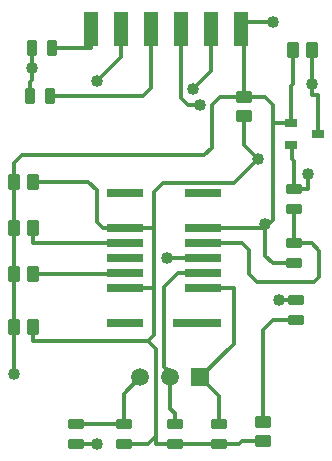
<source format=gbr>
G04 DipTrace 4.0.0.2*
G04 1 - Top.gbr*
%MOIN*%
G04 #@! TF.FileFunction,Copper,L1,Top*
G04 #@! TF.Part,Single*
%AMOUTLINE0*
4,1,28,
0.010039,-0.026969,
-0.010039,-0.026969,
-0.012587,-0.026633,
-0.014961,-0.02565,
-0.016999,-0.024086,
-0.018563,-0.022047,
-0.019547,-0.019673,
-0.019882,-0.017126,
-0.019882,0.017126,
-0.019547,0.019673,
-0.018563,0.022047,
-0.016999,0.024086,
-0.014961,0.02565,
-0.012587,0.026633,
-0.010039,0.026969,
0.010039,0.026969,
0.012587,0.026633,
0.014961,0.02565,
0.016999,0.024086,
0.018563,0.022047,
0.019547,0.019673,
0.019882,0.017126,
0.019882,-0.017126,
0.019547,-0.019673,
0.018563,-0.022047,
0.016999,-0.024086,
0.014961,-0.02565,
0.012587,-0.026633,
0.010039,-0.026969,
0*%
%AMOUTLINE3*
4,1,28,
-0.010039,0.026969,
0.010039,0.026969,
0.012587,0.026633,
0.014961,0.02565,
0.016999,0.024086,
0.018563,0.022047,
0.019547,0.019673,
0.019882,0.017126,
0.019882,-0.017126,
0.019547,-0.019673,
0.018563,-0.022047,
0.016999,-0.024086,
0.014961,-0.02565,
0.012587,-0.026633,
0.010039,-0.026969,
-0.010039,-0.026969,
-0.012587,-0.026633,
-0.014961,-0.02565,
-0.016999,-0.024086,
-0.018563,-0.022047,
-0.019547,-0.019673,
-0.019882,-0.017126,
-0.019882,0.017126,
-0.019547,0.019673,
-0.018563,0.022047,
-0.016999,0.024086,
-0.014961,0.02565,
-0.012587,0.026633,
-0.010039,0.026969,
0*%
%AMOUTLINE6*
4,1,28,
0.025984,0.008662,
0.025985,-0.00866,
0.02569,-0.010902,
0.024824,-0.012991,
0.023448,-0.014785,
0.021654,-0.016162,
0.019565,-0.017027,
0.017324,-0.017322,
-0.017322,-0.017324,
-0.019564,-0.017028,
-0.021653,-0.016163,
-0.023447,-0.014787,
-0.024823,-0.012993,
-0.025689,-0.010904,
-0.025984,-0.008662,
-0.025985,0.00866,
-0.02569,0.010902,
-0.024824,0.012991,
-0.023448,0.014785,
-0.021654,0.016162,
-0.019565,0.017027,
-0.017324,0.017322,
0.017322,0.017324,
0.019564,0.017028,
0.021653,0.016163,
0.023447,0.014787,
0.024823,0.012993,
0.025689,0.010904,
0.025984,0.008662,
0*%
%AMOUTLINE9*
4,1,28,
-0.025984,-0.008662,
-0.025985,0.00866,
-0.02569,0.010902,
-0.024824,0.012991,
-0.023448,0.014785,
-0.021654,0.016162,
-0.019565,0.017027,
-0.017324,0.017322,
0.017322,0.017324,
0.019564,0.017028,
0.021653,0.016163,
0.023447,0.014787,
0.024823,0.012993,
0.025689,0.010904,
0.025984,0.008662,
0.025985,-0.00866,
0.02569,-0.010902,
0.024824,-0.012991,
0.023448,-0.014785,
0.021654,-0.016162,
0.019565,-0.017027,
0.017324,-0.017322,
-0.017322,-0.017324,
-0.019564,-0.017028,
-0.021653,-0.016163,
-0.023447,-0.014787,
-0.024823,-0.012993,
-0.025689,-0.010904,
-0.025984,-0.008662,
0*%
%AMOUTLINE12*
4,1,28,
0.008662,-0.025984,
-0.008661,-0.025984,
-0.010903,-0.025689,
-0.012992,-0.024824,
-0.014785,-0.023448,
-0.016162,-0.021654,
-0.017027,-0.019565,
-0.017322,-0.017323,
-0.017323,0.017322,
-0.017028,0.019564,
-0.016163,0.021653,
-0.014786,0.023447,
-0.012993,0.024824,
-0.010904,0.025689,
-0.008662,0.025984,
0.008661,0.025984,
0.010903,0.025689,
0.012992,0.024824,
0.014785,0.023448,
0.016162,0.021654,
0.017027,0.019565,
0.017322,0.017323,
0.017323,-0.017322,
0.017028,-0.019564,
0.016163,-0.021653,
0.014786,-0.023447,
0.012993,-0.024824,
0.010904,-0.025689,
0.008662,-0.025984,
0*%
%AMOUTLINE15*
4,1,28,
-0.008662,0.025984,
0.008661,0.025984,
0.010903,0.025689,
0.012992,0.024824,
0.014785,0.023448,
0.016162,0.021654,
0.017027,0.019565,
0.017322,0.017323,
0.017323,-0.017322,
0.017028,-0.019564,
0.016163,-0.021653,
0.014786,-0.023447,
0.012993,-0.024824,
0.010904,-0.025689,
0.008662,-0.025984,
-0.008661,-0.025984,
-0.010903,-0.025689,
-0.012992,-0.024824,
-0.014785,-0.023448,
-0.016162,-0.021654,
-0.017027,-0.019565,
-0.017322,-0.017323,
-0.017323,0.017322,
-0.017028,0.019564,
-0.016163,0.021653,
-0.014786,0.023447,
-0.012993,0.024824,
-0.010904,0.025689,
-0.008662,0.025984,
0*%
%AMOUTLINE18*
4,1,28,
-0.026968,-0.01004,
-0.026969,0.010039,
-0.026633,0.012586,
-0.02565,0.01496,
-0.024086,0.016999,
-0.022048,0.018563,
-0.019674,0.019546,
-0.017126,0.019882,
0.017126,0.019882,
0.019673,0.019547,
0.022047,0.018564,
0.024085,0.017,
0.02565,0.014961,
0.026633,0.012587,
0.026968,0.01004,
0.026969,-0.010039,
0.026633,-0.012586,
0.02565,-0.01496,
0.024086,-0.016999,
0.022048,-0.018563,
0.019674,-0.019546,
0.017126,-0.019882,
-0.017126,-0.019882,
-0.019673,-0.019547,
-0.022047,-0.018564,
-0.024085,-0.017,
-0.02565,-0.014961,
-0.026633,-0.012587,
-0.026968,-0.01004,
0*%
%AMOUTLINE21*
4,1,28,
0.026968,0.01004,
0.026969,-0.010039,
0.026633,-0.012586,
0.02565,-0.01496,
0.024086,-0.016999,
0.022048,-0.018563,
0.019674,-0.019546,
0.017126,-0.019882,
-0.017126,-0.019882,
-0.019673,-0.019547,
-0.022047,-0.018564,
-0.024085,-0.017,
-0.02565,-0.014961,
-0.026633,-0.012587,
-0.026968,-0.01004,
-0.026969,0.010039,
-0.026633,0.012586,
-0.02565,0.01496,
-0.024086,0.016999,
-0.022048,0.018563,
-0.019674,0.019546,
-0.017126,0.019882,
0.017126,0.019882,
0.019673,0.019547,
0.022047,0.018564,
0.024085,0.017,
0.02565,0.014961,
0.026633,0.012587,
0.026968,0.01004,
0*%
G04 #@! TA.AperFunction,Conductor*
%ADD12C,0.012992*%
G04 #@! TA.AperFunction,ComponentPad*
%ADD15R,0.059055X0.059055*%
%ADD16C,0.059055*%
%ADD17R,0.161417X0.027559*%
%ADD18R,0.122047X0.027559*%
%ADD19R,0.05X0.11811*%
%ADD20R,0.041339X0.025591*%
G04 #@! TA.AperFunction,ViaPad*
%ADD21C,0.04*%
%ADD42OUTLINE0*%
%ADD45OUTLINE3*%
%ADD48OUTLINE6*%
%ADD51OUTLINE9*%
%ADD54OUTLINE12*%
%ADD57OUTLINE15*%
%ADD60OUTLINE18*%
%ADD63OUTLINE21*%
%FSLAX26Y26*%
G04*
G70*
G90*
G75*
G01*
G04 Top*
%LPD*%
X1340401Y1566204D2*
D12*
Y1469262D1*
X1386857Y1422806D1*
X636897Y1345700D2*
X822401D1*
X850401Y1317700D1*
Y1212700D1*
X869401Y1193700D1*
X944480D1*
X1386857Y1422806D2*
X1307554Y1343503D1*
X1071976D1*
X1039401Y1310928D1*
Y1193700D1*
Y993700D1*
Y835637D1*
X1020007Y816243D1*
X636897D1*
Y862701D1*
X1553873Y1373283D2*
Y1322968D1*
X1508399D1*
X941401Y472432D2*
X1020007D1*
X1045991Y498417D1*
Y790259D1*
X1020007Y816243D1*
X1045991Y498417D2*
Y472432D1*
X1109402D1*
X1039401Y993700D2*
X944480D1*
Y1193700D2*
X1039401D1*
X1508399Y1322968D2*
Y1415701D1*
X1501401Y1422700D1*
Y1457700D1*
X1489802Y1469298D1*
X1498125D1*
X1109402Y472432D2*
X1256402D1*
X1323934D1*
X1332705Y481204D1*
X1403401D1*
X573905Y862699D2*
Y1037699D1*
X1340401Y1629196D2*
Y1836830D1*
X1331401Y1845830D1*
Y1856700D1*
X1340401Y1629196D2*
X1410956D1*
X1436940Y1603212D1*
Y1544102D1*
Y1219680D1*
X1410956Y1193696D1*
Y1100417D1*
X1436940Y1074432D1*
X1508402D1*
X1410956Y1193696D2*
X1263385D1*
X1263381Y1193700D1*
X1204322D1*
X1436940Y1544102D2*
X1498125D1*
X573905Y1345700D2*
Y1408592D1*
X599890Y1434578D1*
X1208903D1*
X1234889Y1460564D1*
Y1603212D1*
X1260873Y1629196D1*
X1340401D1*
X573905Y1191699D2*
Y1345700D1*
Y1037699D2*
Y1191699D1*
X1498125Y1544102D2*
Y1667057D1*
X1504905Y1673836D1*
Y1786700D1*
X1331401Y1856700D2*
Y1877700D1*
X1438401D1*
X573905Y862699D2*
Y705196D1*
X1410956Y1193696D2*
X1409968Y1206133D1*
X1456424Y951968D2*
X1515401D1*
X850397Y1683015D2*
X931401Y1764019D1*
Y1856700D1*
X850397Y472432D2*
X780401D1*
X1567897Y1786700D2*
Y1673747D1*
X635133Y1793699D2*
Y1726739D1*
X1567897Y1673747D2*
Y1635340D1*
X1588676D1*
Y1506700D1*
X635133Y1726739D2*
Y1685172D1*
X628133Y1678172D1*
Y1632699D1*
X1031401Y1856700D2*
Y1658684D1*
X1005418Y1632701D1*
X694669D1*
X701669Y1793701D2*
Y1792157D1*
X831401D1*
Y1856700D1*
X1403401Y544196D2*
Y852448D1*
X1436385Y885432D1*
X1515401D1*
X1508402Y1256432D2*
X1508399Y1140968D1*
X1566133D1*
X1592401Y1114700D1*
Y1030700D1*
X1573338Y1011637D1*
X1384804D1*
X1358818Y1037623D1*
Y1117714D1*
X1332833Y1143700D1*
X1204322D1*
X944480D2*
X636897D1*
Y1191701D1*
X944480Y1043700D2*
Y1037701D1*
X636897D1*
X995401Y694700D2*
X941401Y640700D1*
Y538968D1*
X1085480Y1093700D2*
X1204322D1*
X941401Y538968D2*
X780401D1*
X1109399D2*
Y575780D1*
X1095401Y589779D1*
Y694700D1*
X1170893Y1656208D2*
X1231401Y1716716D1*
Y1856700D1*
X1095401Y694700D2*
X1109401D1*
X1074401Y729700D1*
Y996716D1*
X1121385Y1043700D1*
X1204322D1*
Y993700D2*
X1305834D1*
Y805133D1*
X1195401Y694700D1*
Y1603216D2*
X1152885D1*
X1131401Y1624700D1*
Y1856700D1*
X1195401Y694700D2*
X1256399Y633701D1*
Y538968D1*
D21*
X1438401Y1877700D3*
X573905Y705196D3*
X1409968Y1206133D3*
X1553873Y1373283D3*
X1386857Y1422806D3*
X1085480Y1093700D3*
X1170893Y1656208D3*
X1195401Y1603216D3*
X850397Y1683015D3*
Y472432D3*
X1567897Y1673747D3*
X635133Y1726739D3*
X1456424Y951968D3*
D42*
X636897Y1345700D3*
D45*
X573905D3*
D42*
X636897Y862701D3*
D45*
X573905Y862699D3*
D42*
X636897Y1037701D3*
D45*
X573905Y1037699D3*
D42*
X636897Y1191701D3*
D45*
X573905Y1191699D3*
D15*
X1195401Y694700D3*
D16*
X1095401D3*
X995401D3*
D48*
X1508399Y1322968D3*
D51*
X1508402Y1256432D3*
D48*
X1508399Y1140968D3*
D51*
X1508403Y1074432D3*
X1256402Y472432D3*
D48*
X1256400Y538968D3*
D51*
X1109402Y472432D3*
D48*
X1109400Y538968D3*
D51*
X941401Y472432D3*
D48*
X941400Y538968D3*
D51*
X780401Y472432D3*
D48*
X780400Y538968D3*
D17*
X1184637Y877165D3*
D18*
X1204322Y993700D3*
Y1043700D3*
Y1093700D3*
Y1143700D3*
Y1193700D3*
Y1310235D3*
X944480D3*
Y1193700D3*
Y1143700D3*
Y1093700D3*
Y1043700D3*
Y993700D3*
Y877165D3*
D19*
X1331401Y1856700D3*
X1231401D3*
X1131401D3*
X1031401D3*
X931401D3*
X831401D3*
D20*
X1498125Y1544102D3*
Y1469298D3*
X1588676Y1506700D3*
D54*
X694669Y1632701D3*
D57*
X628133Y1632699D3*
D54*
X701669Y1793701D3*
D57*
X635133Y1793699D3*
D42*
X1567897Y1786700D3*
D45*
X1504905D3*
D60*
X1340401Y1566204D3*
D63*
X1340400Y1629196D3*
D60*
X1403401Y481204D3*
D63*
Y544196D3*
D51*
X1515401Y885432D3*
D48*
Y951968D3*
M02*

</source>
